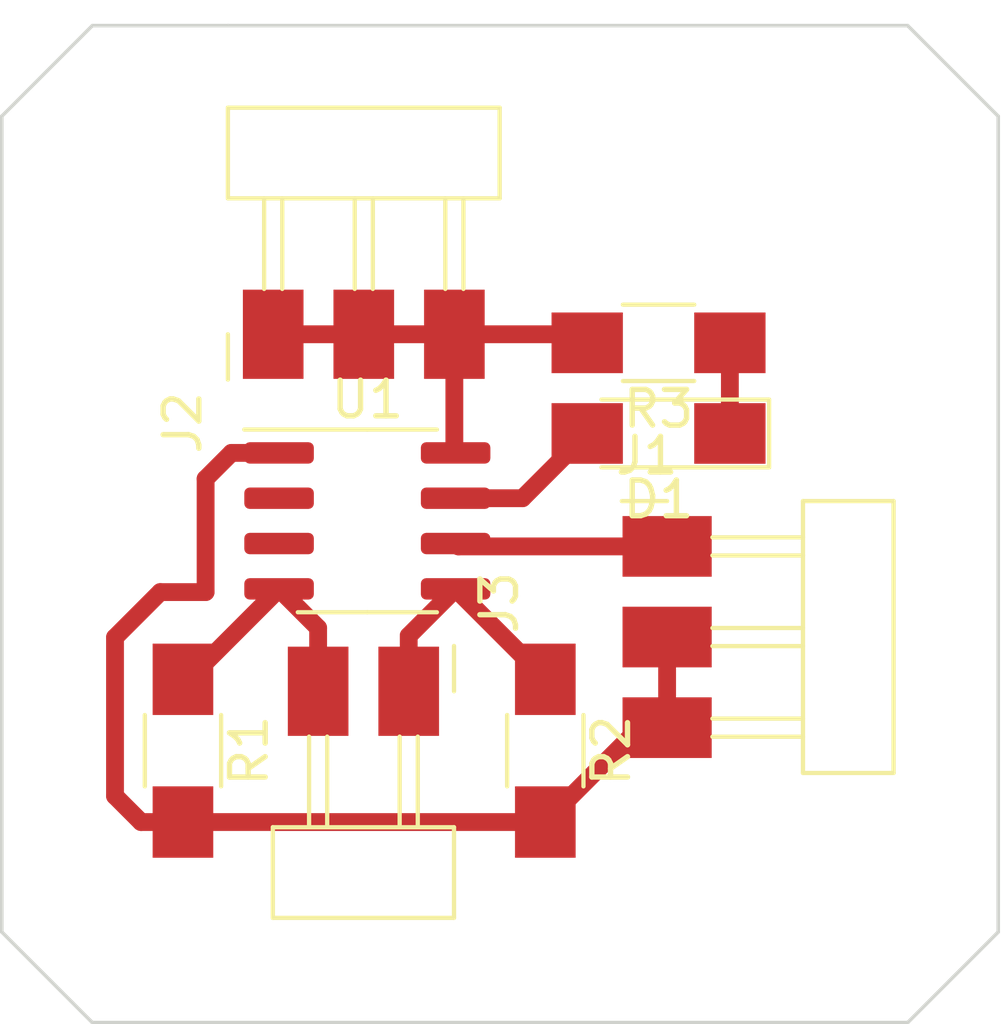
<source format=kicad_pcb>
(kicad_pcb (version 20211014) (generator pcbnew)
  (layers (0 "F.Cu" signal) (31 "B.Cu" signal) (34 "B.Paste" user) (35 "F.Paste" user) (36 "B.SilkS" user "B.Silkscreen") (37 "F.SilkS" user "F.Silkscreen") (38 "B.Mask" user) (39 "F.Mask" user) (44 "Edge.Cuts" user))
  (net 0 "")
  (net 1 "Net-(J1-Pad1)")
  (net 2 "Net-(J1-Pad2)")
  (net 3 "Net-(J3-Pad1)")
  (net 4 "Net-(J3-Pad2)")
  (net 7 "Net-(D1-Pad1)")
  (net 8 "Net-(D1-Pad2)")
  (net 9 "Net-(J2-Pad1)")
  (footprint "fab:R_1206" (layer "F.Cu") (at 149.225 102.87 180)
    (fp_text reference "R3" (at 0 -1.85) (layer "F.SilkS"))
    (fp_text value "R")
    (fp_line (start -1 -1.07) (end 1 -1.07) (layer "F.SilkS") (width 0.12))
    (fp_line (start 1 1.07) (end -1 1.07) (layer "F.SilkS") (width 0.12))
    (pad "1" smd rect locked (at -2 0 180) (size 2 1.7) (layers "F.Cu" "F.Paste" "F.Mask") (net 7 "Net-(D1-Pad1)"))
    (pad "2" smd rect locked (at 2 0 180) (size 2 1.7) (layers "F.Cu" "F.Paste" "F.Mask") (net 9 "Net-(J2-Pad1)"))
  )
  (footprint "fab:R_1206" (layer "F.Cu") (at 135.89 114.3 -90)
    (fp_text reference "R1" (at 0 -1.85 90) (layer "F.SilkS"))
    (fp_text value "R")
    (fp_line (start 1 1.07) (end -1 1.07) (layer "F.SilkS") (width 0.12))
    (fp_line (start -1 -1.07) (end 1 -1.07) (layer "F.SilkS") (width 0.12))
    (pad "1" smd rect locked (at -2 0 270) (size 2 1.7) (layers "F.Cu" "F.Paste" "F.Mask") (net 4 "Net-(J3-Pad2)"))
    (pad "2" smd rect locked (at 2 0 270) (size 2 1.7) (layers "F.Cu" "F.Paste" "F.Mask") (net 2 "Net-(J1-Pad2)"))
  )
  (footprint "fab:PinHeader_1x03_P2.54mm_Horizontal_SMD" (layer "F.Cu") (at 149.465 108.575)
    (fp_text reference "J1" (at -1.524 -2.54 180) (layer "F.SilkS") (effects (justify left)))
    (fp_text value "Conn_01x03_Male")
    (fp_line (start 3.81 -0.254) (end 1.27 -0.254) (layer "F.SilkS") (width 0.12))
    (fp_line (start 3.81 6.35) (end 3.81 -1.27) (layer "F.SilkS") (width 0.12))
    (fp_line (start 3.81 -1.27) (end 6.35 -1.27) (layer "F.SilkS") (width 0.12))
    (fp_line (start 6.35 6.35) (end 3.81 6.35) (layer "F.SilkS") (width 0.12))
    (fp_line (start 3.81 0.254) (end 1.27 0.254) (layer "F.SilkS") (width 0.12))
    (fp_line (start 3.81 2.794) (end 1.27 2.794) (layer "F.SilkS") (width 0.12))
    (fp_line (start -1.27 -1.27) (end 0 -1.27) (layer "F.SilkS") (width 0.12))
    (fp_line (start 3.81 5.334) (end 1.27 5.334) (layer "F.SilkS") (width 0.12))
    (fp_line (start 3.81 4.826) (end 1.27 4.826) (layer "F.SilkS") (width 0.12))
    (fp_line (start 6.35 -1.27) (end 6.35 6.35) (layer "F.SilkS") (width 0.12))
    (fp_line (start 3.81 2.286) (end 1.27 2.286) (layer "F.SilkS") (width 0.12))
    (pad "1" smd rect locked (at 0 0) (size 2.5 1.7) (layers "F.Cu" "F.Paste" "F.Mask") (net 1 "Net-(J1-Pad1)"))
    (pad "2" smd rect locked (at 0 2.54) (size 2.5 1.7) (layers "F.Cu" "F.Paste" "F.Mask") (net 2 "Net-(J1-Pad2)"))
    (pad "3" smd rect locked (at 0 5.08) (size 2.5 1.7) (layers "F.Cu" "F.Paste" "F.Mask") (net 2 "Net-(J1-Pad2)"))
  )
  (footprint "fab:LED_1206" (layer "F.Cu") (at 149.225 105.41 180)
    (fp_text reference "D1" (at 0 -1.85) (layer "F.SilkS"))
    (fp_text value "LED")
    (fp_line (start -3.1 -0.95) (end 1.6 -0.95) (layer "F.SilkS") (width 0.12))
    (fp_line (start -3.1 -0.95) (end -3.1 0.95) (layer "F.SilkS") (width 0.12))
    (fp_line (start -3.1 0.95) (end 1.6 0.95) (layer "F.SilkS") (width 0.12))
    (pad "1" smd rect locked (at -2 0 180) (size 2 1.7) (layers "F.Cu" "F.Paste" "F.Mask") (net 7 "Net-(D1-Pad1)"))
    (pad "2" smd rect locked (at 2 0 180) (size 2 1.7) (layers "F.Cu" "F.Paste" "F.Mask") (net 8 "Net-(D1-Pad2)"))
  )
  (footprint "fab:PinHeader_1x02_P2.54mm_Horizontal_SMD" (layer "F.Cu") (at 142.22 112.635 -90)
    (fp_text reference "J3" (at -1.524 -2.54 90) (layer "F.SilkS") (effects (justify left)))
    (fp_text value "Conn_01x02_Male")
    (fp_line (start 3.81 -0.254) (end 1.27 -0.254) (layer "F.SilkS") (width 0.12))
    (fp_line (start 3.81 -1.27) (end 6.35 -1.27) (layer "F.SilkS") (width 0.12))
    (fp_line (start -1.27 -1.27) (end 0 -1.27) (layer "F.SilkS") (width 0.12))
    (fp_line (start 3.81 2.286) (end 1.27 2.286) (layer "F.SilkS") (width 0.12))
    (fp_line (start 6.35 3.81) (end 3.81 3.81) (layer "F.SilkS") (width 0.12))
    (fp_line (start 3.81 2.794) (end 1.27 2.794) (layer "F.SilkS") (width 0.12))
    (fp_line (start 3.81 0.254) (end 1.27 0.254) (layer "F.SilkS") (width 0.12))
    (fp_line (start 3.81 3.81) (end 3.81 -1.27) (layer "F.SilkS") (width 0.12))
    (fp_line (start 6.35 -1.27) (end 6.35 3.81) (layer "F.SilkS") (width 0.12))
    (pad "1" smd rect locked (at 0 0 270) (size 2.5 1.7) (layers "F.Cu" "F.Paste" "F.Mask") (net 3 "Net-(J3-Pad1)"))
    (pad "2" smd rect locked (at 0 2.54 270) (size 2.5 1.7) (layers "F.Cu" "F.Paste" "F.Mask") (net 4 "Net-(J3-Pad2)"))
  )
  (footprint "fab:R_1206" (layer "F.Cu") (at 146.05 114.3 -90)
    (fp_text reference "R2" (at 0 -1.85 90) (layer "F.SilkS"))
    (fp_text value "R")
    (fp_line (start -1 -1.07) (end 1 -1.07) (layer "F.SilkS") (width 0.12))
    (fp_line (start 1 1.07) (end -1 1.07) (layer "F.SilkS") (width 0.12))
    (pad "1" smd rect locked (at -2 0 270) (size 2 1.7) (layers "F.Cu" "F.Paste" "F.Mask") (net 3 "Net-(J3-Pad1)"))
    (pad "2" smd rect locked (at 2 0 270) (size 2 1.7) (layers "F.Cu" "F.Paste" "F.Mask") (net 2 "Net-(J1-Pad2)"))
  )
  (footprint "fab:PinHeader_1x03_P2.54mm_Horizontal_SMD" (layer "F.Cu") (at 138.42 102.63 90)
    (fp_text reference "J2" (at -1.524 -2.54 90) (layer "F.SilkS") (effects (justify right)))
    (fp_text value "Conn_01x03_Male")
    (fp_line (start 3.81 -1.27) (end 6.35 -1.27) (layer "F.SilkS") (width 0.12))
    (fp_line (start 6.35 -1.27) (end 6.35 6.35) (layer "F.SilkS") (width 0.12))
    (fp_line (start 3.81 4.826) (end 1.27 4.826) (layer "F.SilkS") (width 0.12))
    (fp_line (start 3.81 6.35) (end 3.81 -1.27) (layer "F.SilkS") (width 0.12))
    (fp_line (start 3.81 -0.254) (end 1.27 -0.254) (layer "F.SilkS") (width 0.12))
    (fp_line (start 3.81 0.254) (end 1.27 0.254) (layer "F.SilkS") (width 0.12))
    (fp_line (start 3.81 2.794) (end 1.27 2.794) (layer "F.SilkS") (width 0.12))
    (fp_line (start 6.35 6.35) (end 3.81 6.35) (layer "F.SilkS") (width 0.12))
    (fp_line (start 3.81 5.334) (end 1.27 5.334) (layer "F.SilkS") (width 0.12))
    (fp_line (start 3.81 2.286) (end 1.27 2.286) (layer "F.SilkS") (width 0.12))
    (fp_line (start -1.27 -1.27) (end 0 -1.27) (layer "F.SilkS") (width 0.12))
    (pad "1" smd rect locked (at 0 0 90) (size 2.5 1.7) (layers "F.Cu" "F.Paste" "F.Mask") (net 9 "Net-(J2-Pad1)"))
    (pad "2" smd rect locked (at 0 2.54 90) (size 2.5 1.7) (layers "F.Cu" "F.Paste" "F.Mask") (net 9 "Net-(J2-Pad1)"))
    (pad "3" smd rect locked (at 0 5.08 90) (size 2.5 1.7) (layers "F.Cu" "F.Paste" "F.Mask") (net 9 "Net-(J2-Pad1)"))
  )
  (footprint "Package_SO:SOIC-8_3.9x4.9mm_P1.27mm" (layer "F.Cu") (at 141.06 107.86)
    (fp_text reference "U1" (at 0 -3.4) (layer "F.SilkS"))
    (fp_text value "ATtiny412-SS")
    (fp_line (start 0 2.56) (end 1.95 2.56) (layer "F.SilkS") (width 0.12))
    (fp_line (start 0 -2.56) (end -3.45 -2.56) (layer "F.SilkS") (width 0.12))
    (fp_line (start 0 2.56) (end -1.95 2.56) (layer "F.SilkS") (width 0.12))
    (fp_line (start 0 -2.56) (end 1.95 -2.56) (layer "F.SilkS") (width 0.12))
    (pad "1" smd roundrect (at -2.475 -1.905) (size 1.95 0.6) (layers "F.Cu" "F.Paste" "F.Mask") (net 2 "Net-(J1-Pad2)"))
    (pad "2" smd roundrect (at -2.475 -0.635) (size 1.95 0.6) (layers "F.Cu" "F.Paste" "F.Mask"))
    (pad "3" smd roundrect (at -2.475 0.635) (size 1.95 0.6) (layers "F.Cu" "F.Paste" "F.Mask"))
    (pad "4" smd roundrect (at -2.475 1.905) (size 1.95 0.6) (layers "F.Cu" "F.Paste" "F.Mask") (net 4 "Net-(J3-Pad2)"))
    (pad "5" smd roundrect (at 2.475 1.905) (size 1.95 0.6) (layers "F.Cu" "F.Paste" "F.Mask") (net 3 "Net-(J3-Pad1)"))
    (pad "6" smd roundrect (at 2.475 0.635) (size 1.95 0.6) (layers "F.Cu" "F.Paste" "F.Mask") (net 1 "Net-(J1-Pad1)"))
    (pad "7" smd roundrect (at 2.475 -0.635) (size 1.95 0.6) (layers "F.Cu" "F.Paste" "F.Mask") (net 8 "Net-(D1-Pad2)"))
    (pad "8" smd roundrect (at 2.475 -1.905) (size 1.95 0.6) (layers "F.Cu" "F.Paste" "F.Mask") (net 9 "Net-(J2-Pad1)"))
  )
  (gr_line (start 156.21 93.98) (end 158.75 96.52) (layer "Edge.Cuts") (width 0.1))
  (gr_line (start 158.75 119.38) (end 156.21 121.92) (layer "Edge.Cuts") (width 0.1))
  (gr_line (start 133.35 93.98) (end 137.16 93.98) (layer "Edge.Cuts") (width 0.1))
  (gr_line (start 133.35 121.92) (end 130.81 119.38) (layer "Edge.Cuts") (width 0.1))
  (gr_line (start 130.81 96.52) (end 133.35 93.98) (layer "Edge.Cuts") (width 0.1))
  (gr_line (start 156.21 121.92) (end 133.35 121.92) (layer "Edge.Cuts") (width 0.1))
  (gr_line (start 137.16 93.98) (end 156.21 93.98) (layer "Edge.Cuts") (width 0.1))
  (gr_line (start 158.75 96.52) (end 158.75 119.38) (layer "Edge.Cuts") (width 0.1))
  (gr_line (start 130.81 119.38) (end 130.81 96.52) (layer "Edge.Cuts") (width 0.1))
  (segment (start 149.465 108.575) (end 143.615 108.575) (width 0.5) (layer "F.Cu") (net 1))
  (segment (start 143.615 108.575) (end 143.535 108.495) (width 0.5) (layer "F.Cu") (net 1))
  (segment (start 133.985 115.57) (end 133.985 111.125) (width 0.5) (layer "F.Cu") (net 2))
  (segment (start 149.465 111.115) (end 149.465 113.655) (width 0.5) (layer "F.Cu") (net 2))
  (segment (start 146.05 116.3) (end 135.89 116.3) (width 0.5) (layer "F.Cu") (net 2))
  (segment (start 148.695 113.655) (end 146.05 116.3) (width 0.5) (layer "F.Cu") (net 2))
  (segment (start 137.25 105.955) (end 138.585 105.955) (width 0.5) (layer "F.Cu") (net 2))
  (segment (start 135.255 109.855) (end 136.525 109.855) (width 0.5) (layer "F.Cu") (net 2))
  (segment (start 135.89 116.3) (end 134.715 116.3) (width 0.5) (layer "F.Cu") (net 2))
  (segment (start 134.715 116.3) (end 133.985 115.57) (width 0.5) (layer "F.Cu") (net 2))
  (segment (start 149.465 113.655) (end 148.695 113.655) (width 0.5) (layer "F.Cu") (net 2))
  (segment (start 133.985 111.125) (end 135.255 109.855) (width 0.5) (layer "F.Cu") (net 2))
  (segment (start 136.525 106.68) (end 137.25 105.955) (width 0.5) (layer "F.Cu") (net 2))
  (segment (start 136.525 109.855) (end 136.525 106.68) (width 0.5) (layer "F.Cu") (net 2))
  (segment (start 142.22 112.635) (end 142.22 111.08) (width 0.5) (layer "F.Cu") (net 3))
  (segment (start 142.22 111.08) (end 143.535 109.765) (width 0.5) (layer "F.Cu") (net 3))
  (segment (start 146.05 112.3) (end 146.05 112.28) (width 0.5) (layer "F.Cu") (net 3))
  (segment (start 146.05 112.28) (end 143.535 109.765) (width 0.5) (layer "F.Cu") (net 3))
  (segment (start 139.68 110.86) (end 138.585 109.765) (width 0.5) (layer "F.Cu") (net 4))
  (segment (start 135.89 112.3) (end 136.05 112.3) (width 0.5) (layer "F.Cu") (net 4))
  (segment (start 139.68 112.635) (end 139.68 110.86) (width 0.5) (layer "F.Cu") (net 4))
  (segment (start 136.05 112.3) (end 138.585 109.765) (width 0.5) (layer "F.Cu") (net 4))
  (segment (start 151.225 105.41) (end 151.225 102.87) (width 0.5) (layer "F.Cu") (net 7))
  (segment (start 147.225 105.41) (end 145.41 107.225) (width 0.5) (layer "F.Cu") (net 8))
  (segment (start 145.41 107.225) (end 143.535 107.225) (width 0.5) (layer "F.Cu") (net 8))
  (segment (start 146.985 102.63) (end 147.225 102.87) (width 0.5) (layer "F.Cu") (net 9))
  (segment (start 143.5 102.63) (end 146.985 102.63) (width 0.5) (layer "F.Cu") (net 9))
  (segment (start 143.5 102.63) (end 143.5 105.92) (width 0.5) (layer "F.Cu") (net 9))
  (segment (start 138.42 102.63) (end 143.5 102.63) (width 0.5) (layer "F.Cu") (net 9))
  (segment (start 143.5 105.92) (end 143.535 105.955) (width 0.5) (layer "F.Cu") (net 9))
)
</source>
